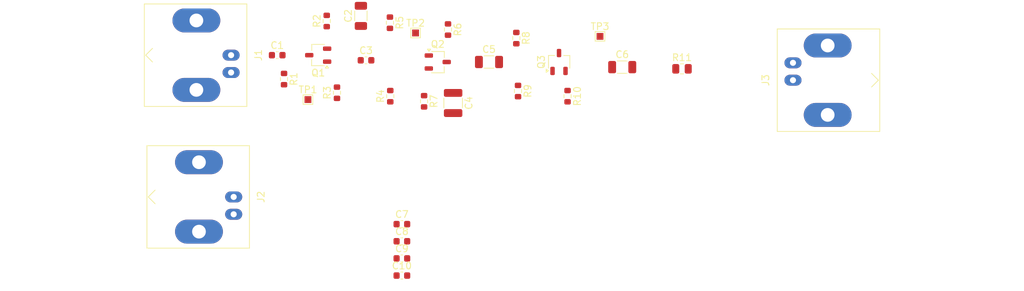
<source format=kicad_pcb>
(kicad_pcb (version 20241229) (generator "pcbnew") (generator_version "9.0")
  (layers (0 "F.Cu" signal) (2 "B.Cu" signal) (13 "F.Paste" user) (15 "B.Paste" user) (5 "F.SilkS" user "F.Silkscreen") (7 "B.SilkS" user "B.Silkscreen") (1 "F.Mask" user) (3 "B.Mask" user) (25 "Edge.Cuts" user))
  (net 0 "")
  (net 1 "Net-(J1-In)")
  (net 2 "Net-(Q1-G)")
  (net 3 "Net-(Q1-S)")
  (net 4 "GND")
  (net 5 "Net-(Q1-D)")
  (net 6 "Net-(Q2-B)")
  (net 7 "Net-(Q2-E)")
  (net 8 "Net-(Q2-C)")
  (net 9 "Net-(Q3-B)")
  (net 10 "Net-(Q3-E)")
  (net 11 "Net-(C6-Pad2)")
  (net 12 "+VDC")
  (net 13 "Net-(J3-In)")
  (footprint "Capacitor_SMD:C_1206_3216Metric" (layer "F.Cu") (at 92.5 111.25)
    (property "Reference" "C5" (at 0 -1.85 0) (layer "F.SilkS"))
    (property "Value" "10u")
    (fp_line (start -0.711252 -0.91) (end 0.711252 -0.91) (stroke (width 0.12)) (layer "F.SilkS"))
    (fp_line (start -0.711252 0.91) (end 0.711252 0.91) (stroke (width 0.12)) (layer "F.SilkS"))
    (pad "1" smd roundrect (at -1.475 0) (size 1.15 1.8) (layers "F.Cu" "F.Mask" "F.Paste") (roundrect_rratio 0.217391) (net 8 "Net-(Q2-C)"))
    (pad "2" smd roundrect (at 1.475 0) (size 1.15 1.8) (layers "F.Cu" "F.Mask" "F.Paste") (roundrect_rratio 0.217391) (net 9 "Net-(Q3-B)"))
  )
  (footprint "Resistor_SMD:R_0603_1608Metric" (layer "F.Cu") (at 70.25 115.75 90)
    (property "Reference" "R3" (at 0 -1.43 90) (layer "F.SilkS"))
    (property "Value" "1K")
    (fp_line (start -0.237258 -0.5225) (end 0.237258 -0.5225) (stroke (width 0.12)) (layer "F.SilkS"))
    (fp_line (start -0.237258 0.5225) (end 0.237258 0.5225) (stroke (width 0.12)) (layer "F.SilkS"))
    (pad "1" smd roundrect (at -0.825 0 90) (size 0.8 0.95) (layers "F.Cu" "F.Mask" "F.Paste") (net 12 "+VDC"))
    (pad "2" smd roundrect (at 0.825 0 90) (size 0.8 0.95) (layers "F.Cu" "F.Mask" "F.Paste") (net 5 "Net-(Q1-D)"))
  )
  (footprint "Connector_Coaxial:BNC_Amphenol_B6252HB-NPP3G-50_Horizontal" (layer "F.Cu") (at 136.995013 113.912257 -90)
    (property "Reference" "J3" (at 0 4 90) (layer "F.SilkS"))
    (property "Value" "Conn_Coaxial")
    (fp_line (start -7.5 2.3) (end -7.5 -12.7) (stroke (width 0.12)) (layer "F.SilkS"))
    (fp_line (start 7.5 2.3) (end -7.5 2.3) (stroke (width 0.12)) (layer "F.SilkS"))
    (fp_line (start 0 -12.5) (end -1 -11.5) (stroke (width 0.12)) (layer "F.SilkS"))
    (fp_line (start 0 -12.5) (end 1 -11.5) (stroke (width 0.12)) (layer "F.SilkS"))
    (fp_line (start -7.5 -12.7) (end 7.5 -12.7) (stroke (width 0.12)) (layer "F.SilkS"))
    (fp_line (start 7.5 -12.7) (end 7.5 2.3) (stroke (width 0.12)) (layer "F.SilkS"))
    (pad "1" thru_hole oval (at 0 0 270) (size 1.6 2.5) (drill 0.89) (layers "*.Cu" "*.Mask") (net 13 "Net-(J3-In)"))
    (pad "2" thru_hole oval (at -5.08 -5.08 270) (size 3.5 7) (drill 2.01) (layers "*.Cu" "*.Mask") (net 4 "GND"))
    (pad "2" thru_hole oval (at -2.54 0 270) (size 1.6 2.5) (drill 0.89) (layers "*.Cu" "*.Mask") (net 4 "GND"))
    (pad "2" thru_hole oval (at 5.08 -5.08 270) (size 3.5 7) (drill 2.01) (layers "*.Cu" "*.Mask") (net 4 "GND"))
  )
  (footprint "Connector_Coaxial:BNC_Amphenol_B6252HB-NPP3G-50_Horizontal" (layer "F.Cu") (at 55.129377 131 90)
    (property "Reference" "J2" (at 0 4 90) (layer "F.SilkS"))
    (property "Value" "Conn_Coaxial")
    (fp_line (start 7.5 -12.7) (end 7.5 2.3) (stroke (width 0.12)) (layer "F.SilkS"))
    (fp_line (start -7.5 -12.7) (end 7.5 -12.7) (stroke (width 0.12)) (layer "F.SilkS"))
    (fp_line (start 0 -12.5) (end 1 -11.5) (stroke (width 0.12)) (layer "F.SilkS"))
    (fp_line (start 0 -12.5) (end -1 -11.5) (stroke (width 0.12)) (layer "F.SilkS"))
    (fp_line (start 7.5 2.3) (end -7.5 2.3) (stroke (width 0.12)) (layer "F.SilkS"))
    (fp_line (start -7.5 2.3) (end -7.5 -12.7) (stroke (width 0.12)) (layer "F.SilkS"))
    (pad "1" thru_hole oval (at 0 0 90) (size 1.6 2.5) (drill 0.89) (layers "*.Cu" "*.Mask") (net 4 "GND"))
    (pad "2" thru_hole oval (at -5.08 -5.08 90) (size 3.5 7) (drill 2.01) (layers "*.Cu" "*.Mask") (net 4 "GND"))
    (pad "2" thru_hole oval (at -2.54 0 90) (size 1.6 2.5) (drill 0.89) (layers "*.Cu" "*.Mask") (net 4 "GND"))
    (pad "2" thru_hole oval (at 5.08 -5.08 90) (size 3.5 7) (drill 2.01) (layers "*.Cu" "*.Mask") (net 4 "GND"))
  )
  (footprint "Resistor_SMD:R_0603_1608Metric" (layer "F.Cu") (at 96.75 115.5 -90)
    (property "Reference" "R9" (at 0 -1.43 90) (layer "F.SilkS"))
    (property "Value" "10K")
    (fp_line (start -0.237258 0.5225) (end 0.237258 0.5225) (stroke (width 0.12)) (layer "F.SilkS"))
    (fp_line (start -0.237258 -0.5225) (end 0.237258 -0.5225) (stroke (width 0.12)) (layer "F.SilkS"))
    (pad "1" smd roundrect (at -0.825 0 270) (size 0.8 0.95) (layers "F.Cu" "F.Mask" "F.Paste") (net 9 "Net-(Q3-B)"))
    (pad "2" smd roundrect (at 0.825 0 270) (size 0.8 0.95) (layers "F.Cu" "F.Mask" "F.Paste") (net 4 "GND"))
  )
  (footprint "Capacitor_SMD:C_0603_1608Metric" (layer "F.Cu") (at 74.5 111)
    (property "Reference" "C3" (at 0 -1.43 0) (layer "F.SilkS"))
    (property "Value" "1u")
    (fp_line (start -0.14058 -0.51) (end 0.14058 -0.51) (stroke (width 0.12)) (layer "F.SilkS"))
    (fp_line (start -0.14058 0.51) (end 0.14058 0.51) (stroke (width 0.12)) (layer "F.SilkS"))
    (pad "1" smd roundrect (at -0.775 0) (size 0.9 0.95) (layers "F.Cu" "F.Mask" "F.Paste") (net 5 "Net-(Q1-D)"))
    (pad "2" smd roundrect (at 0.775 0) (size 0.9 0.95) (layers "F.Cu" "F.Mask" "F.Paste") (net 6 "Net-(Q2-B)"))
  )
  (footprint "Package_TO_SOT_SMD:TSOT-23" (layer "F.Cu") (at 102.75 111.25 90)
    (property "Reference" "Q3" (at 0 -2.6 90) (layer "F.SilkS"))
    (property "Value" "MMBT3904")
    (fp_line (start 0.96 -1.54) (end -0.89 -1.54) (stroke (width 0.12)) (layer "F.SilkS"))
    (fp_line (start 0.96 -1.54) (end 0.96 -0.65) (stroke (width 0.12)) (layer "F.SilkS"))
    (fp_line (start 0.945 0.69) (end 0.945 1.58) (stroke (width 0.12)) (layer "F.SilkS"))
    (fp_line (start 0.945 1.58) (end -0.905 1.58) (stroke (width 0.12)) (layer "F.SilkS"))
    (fp_poly (pts (xy -1.28 -1.55) (xy -1.52 -1.88) (xy -1.04 -1.88) (xy -1.28 -1.55)) (stroke (width 0.12)) (fill yes) (layer "F.SilkS"))
    (pad "1" smd roundrect (at -1.31 -0.95 90) (size 1.22 0.65) (layers "F.Cu" "F.Mask" "F.Paste") (net 9 "Net-(Q3-B)"))
    (pad "2" smd roundrect (at -1.31 0.95 90) (size 1.22 0.65) (layers "F.Cu" "F.Mask" "F.Paste") (net 10 "Net-(Q3-E)"))
    (pad "3" smd roundrect (at 1.31 0 90) (size 1.22 0.65) (layers "F.Cu" "F.Mask" "F.Paste") (net 12 "+VDC"))
  )
  (footprint "Resistor_SMD:R_0603_1608Metric" (layer "F.Cu") (at 96.5 107.75 -90)
    (property "Reference" "R8" (at 0 -1.43 90) (layer "F.SilkS"))
    (property "Value" "10K")
    (fp_line (start -0.237258 0.5225) (end 0.237258 0.5225) (stroke (width 0.12)) (layer "F.SilkS"))
    (fp_line (start -0.237258 -0.5225) (end 0.237258 -0.5225) (stroke (width 0.12)) (layer "F.SilkS"))
    (pad "1" smd roundrect (at -0.825 0 270) (size 0.8 0.95) (layers "F.Cu" "F.Mask" "F.Paste") (net 12 "+VDC"))
    (pad "2" smd roundrect (at 0.825 0 270) (size 0.8 0.95) (layers "F.Cu" "F.Mask" "F.Paste") (net 9 "Net-(Q3-B)"))
  )
  (footprint "Resistor_SMD:R_0603_1608Metric" (layer "F.Cu") (at 78 105.5 -90)
    (property "Reference" "R5" (at 0 -1.43 90) (layer "F.SilkS"))
    (property "Value" "10K")
    (fp_line (start -0.237258 0.5225) (end 0.237258 0.5225) (stroke (width 0.12)) (layer "F.SilkS"))
    (fp_line (start -0.237258 -0.5225) (end 0.237258 -0.5225) (stroke (width 0.12)) (layer "F.SilkS"))
    (pad "1" smd roundrect (at -0.825 0 270) (size 0.8 0.95) (layers "F.Cu" "F.Mask" "F.Paste") (net 6 "Net-(Q2-B)"))
    (pad "2" smd roundrect (at 0.825 0 270) (size 0.8 0.95) (layers "F.Cu" "F.Mask" "F.Paste") (net 4 "GND"))
  )
  (footprint "Capacitor_SMD:C_0603_1608Metric" (layer "F.Cu") (at 79.75 134.98)
    (property "Reference" "C7" (at 0 -1.43 0) (layer "F.SilkS"))
    (property "Value" "100n")
    (fp_line (start -0.14058 -0.51) (end 0.14058 -0.51) (stroke (width 0.12)) (layer "F.SilkS"))
    (fp_line (start -0.14058 0.51) (end 0.14058 0.51) (stroke (width 0.12)) (layer "F.SilkS"))
    (pad "1" smd roundrect (at -0.775 0) (size 0.9 0.95) (layers "F.Cu" "F.Mask" "F.Paste") (net 12 "+VDC"))
    (pad "2" smd roundrect (at 0.775 0) (size 0.9 0.95) (layers "F.Cu" "F.Mask" "F.Paste") (net 4 "GND"))
  )
  (footprint "Resistor_SMD:R_0603_1608Metric" (layer "F.Cu") (at 62.5 113.75 -90)
    (property "Reference" "R1" (at 0 -1.43 90) (layer "F.SilkS"))
    (property "Value" "1M")
    (fp_line (start -0.237258 0.5225) (end 0.237258 0.5225) (stroke (width 0.12)) (layer "F.SilkS"))
    (fp_line (start -0.237258 -0.5225) (end 0.237258 -0.5225) (stroke (width 0.12)) (layer "F.SilkS"))
    (pad "1" smd roundrect (at -0.825 0 270) (size 0.8 0.95) (layers "F.Cu" "F.Mask" "F.Paste") (net 2 "Net-(Q1-G)"))
    (pad "2" smd roundrect (at 0.825 0 270) (size 0.8 0.95) (layers "F.Cu" "F.Mask" "F.Paste") (net 4 "GND"))
  )
  (footprint "TestPoint:TestPoint_Pad_1.0x1.0mm" (layer "F.Cu") (at 108.75 107.5)
    (property "Reference" "TP3" (at 0 -1.448 0) (layer "F.SilkS"))
    (property "Value" "TestPoint")
    (fp_line (start -0.7 -0.7) (end 0.7 -0.7) (stroke (width 0.12)) (layer "F.SilkS"))
    (fp_line (start -0.7 0.7) (end -0.7 -0.7) (stroke (width 0.12)) (layer "F.SilkS"))
    (fp_line (start 0.7 -0.7) (end 0.7 0.7) (stroke (width 0.12)) (layer "F.SilkS"))
    (fp_line (start 0.7 0.7) (end -0.7 0.7) (stroke (width 0.12)) (layer "F.SilkS"))
    (pad "1" smd rect (at 0 0) (size 1 1) (layers "F.Cu" "F.Mask") (net 10 "Net-(Q3-E)"))
  )
  (footprint "Resistor_SMD:R_0603_1608Metric" (layer "F.Cu") (at 68.75 105.25 90)
    (property "Reference" "R2" (at 0 -1.43 90) (layer "F.SilkS"))
    (property "Value" "1K")
    (fp_line (start -0.237258 -0.5225) (end 0.237258 -0.5225) (stroke (width 0.12)) (layer "F.SilkS"))
    (fp_line (start -0.237258 0.5225) (end 0.237258 0.5225) (stroke (width 0.12)) (layer "F.SilkS"))
    (pad "1" smd roundrect (at -0.825 0 90) (size 0.8 0.95) (layers "F.Cu" "F.Mask" "F.Paste") (net 3 "Net-(Q1-S)"))
    (pad "2" smd roundrect (at 0.825 0 90) (size 0.8 0.95) (layers "F.Cu" "F.Mask" "F.Paste") (net 4 "GND"))
  )
  (footprint "Resistor_SMD:R_0603_1608Metric" (layer "F.Cu") (at 86.5 106.5 -90)
    (property "Reference" "R6" (at 0 -1.43 90) (layer "F.SilkS"))
    (property "Value" "4K7")
    (fp_line (start -0.237258 0.5225) (end 0.237258 0.5225) (stroke (width 0.12)) (layer "F.SilkS"))
    (fp_line (start -0.237258 -0.5225) (end 0.237258 -0.5225) (stroke (width 0.12)) (layer "F.SilkS"))
    (pad "1" smd roundrect (at -0.825 0 270) (size 0.8 0.95) (layers "F.Cu" "F.Mask" "F.Paste") (net 12 "+VDC"))
    (pad "2" smd roundrect (at 0.825 0 270) (size 0.8 0.95) (layers "F.Cu" "F.Mask" "F.Paste") (net 8 "Net-(Q2-C)"))
  )
  (footprint "Capacitor_SMD:C_1210_3225Metric" (layer "F.Cu") (at 87.25 117.25 -90)
    (property "Reference" "C4" (at 0 -2.3 90) (layer "F.SilkS"))
    (property "Value" "47u")
    (fp_line (start -0.711252 1.36) (end 0.711252 1.36) (stroke (width 0.12)) (layer "F.SilkS"))
    (fp_line (start -0.711252 -1.36) (end 0.711252 -1.36) (stroke (width 0.12)) (layer "F.SilkS"))
    (pad "1" smd roundrect (at -1.475 0 270) (size 1.15 2.7) (layers "F.Cu" "F.Mask" "F.Paste") (roundrect_rratio 0.217391) (net 7 "Net-(Q2-E)"))
    (pad "2" smd roundrect (at 1.475 0 270) (size 1.15 2.7) (layers "F.Cu" "F.Mask" "F.Paste") (roundrect_rratio 0.217391) (net 4 "GND"))
  )
  (footprint "Capacitor_SMD:C_0603_1608Metric" (layer "F.Cu") (at 79.75 137.49)
    (property "Reference" "C8" (at 0 -1.43 0) (layer "F.SilkS"))
    (property "Value" "100n")
    (fp_line (start -0.14058 -0.51) (end 0.14058 -0.51) (stroke (width 0.12)) (layer "F.SilkS"))
    (fp_line (start -0.14058 0.51) (end 0.14058 0.51) (stroke (width 0.12)) (layer "F.SilkS"))
    (pad "1" smd roundrect (at -0.775 0) (size 0.9 0.95) (layers "F.Cu" "F.Mask" "F.Paste") (net 12 "+VDC"))
    (pad "2" smd roundrect (at 0.775 0) (size 0.9 0.95) (layers "F.Cu" "F.Mask" "F.Paste") (net 4 "GND"))
  )
  (footprint "Capacitor_SMD:C_1206_3216Metric" (layer "F.Cu") (at 73.75 104.5 90)
    (property "Reference" "C2" (at 0 -1.85 90) (layer "F.SilkS"))
    (property "Value" "10u")
    (fp_line (start -0.711252 -0.91) (end 0.711252 -0.91) (stroke (width 0.12)) (layer "F.SilkS"))
    (fp_line (start -0.711252 0.91) (end 0.711252 0.91) (stroke (width 0.12)) (layer "F.SilkS"))
    (pad "1" smd roundrect (at -1.475 0 90) (size 1.15 1.8) (layers "F.Cu" "F.Mask" "F.Paste") (roundrect_rratio 0.217391) (net 3 "Net-(Q1-S)"))
    (pad "2" smd roundrect (at 1.475 0 90) (size 1.15 1.8) (layers "F.Cu" "F.Mask" "F.Paste") (roundrect_rratio 0.217391) (net 4 "GND"))
  )
  (footprint "Capacitor_SMD:C_0603_1608Metric" (layer "F.Cu") (at 61.5 110.25)
    (property "Reference" "C1" (at 0 -1.43 0) (layer "F.SilkS"))
    (property "Value" "100n")
    (fp_line (start -0.14058 -0.51) (end 0.14058 -0.51) (stroke (width 0.12)) (layer "F.SilkS"))
    (fp_line (start -0.14058 0.51) (end 0.14058 0.51) (stroke (width 0.12)) (layer "F.SilkS"))
    (pad "1" smd roundrect (at -0.775 0) (size 0.9 0.95) (layers "F.Cu" "F.Mask" "F.Paste") (net 1 "Net-(J1-In)"))
    (pad "2" smd roundrect (at 0.775 0) (size 0.9 0.95) (layers "F.Cu" "F.Mask" "F.Paste") (net 2 "Net-(Q1-G)"))
  )
  (footprint "TestPoint:TestPoint_Pad_1.0x1.0mm" (layer "F.Cu") (at 81.75 107)
    (property "Reference" "TP2" (at 0 -1.448 0) (layer "F.SilkS"))
    (property "Value" "TestPoint")
    (fp_line (start -0.7 -0.7) (end 0.7 -0.7) (stroke (width 0.12)) (layer "F.SilkS"))
    (fp_line (start -0.7 0.7) (end -0.7 -0.7) (stroke (width 0.12)) (layer "F.SilkS"))
    (fp_line (start 0.7 -0.7) (end 0.7 0.7) (stroke (width 0.12)) (layer "F.SilkS"))
    (fp_line (start 0.7 0.7) (end -0.7 0.7) (stroke (width 0.12)) (layer "F.SilkS"))
    (pad "1" smd rect (at 0 0) (size 1 1) (layers "F.Cu" "F.Mask") (net 8 "Net-(Q2-C)"))
  )
  (footprint "Package_TO_SOT_SMD:TSOT-23" (layer "F.Cu") (at 85 111.25)
    (property "Reference" "Q2" (at 0 -2.6 0) (layer "F.SilkS"))
    (property "Value" "MMBT3904")
    (fp_line (start 0.945 0.69) (end 0.945 1.58) (stroke (width 0.12)) (layer "F.SilkS"))
    (fp_line (start 0.945 1.58) (end -0.905 1.58) (stroke (width 0.12)) (layer "F.SilkS"))
    (fp_line (start 0.96 -1.54) (end -0.89 -1.54) (stroke (width 0.12)) (layer "F.SilkS"))
    (fp_line (start 0.96 -1.54) (end 0.96 -0.65) (stroke (width 0.12)) (layer "F.SilkS"))
    (fp_poly (pts (xy -1.28 -1.55) (xy -1.52 -1.88) (xy -1.04 -1.88) (xy -1.28 -1.55)) (stroke (width 0.12)) (fill yes) (layer "F.SilkS"))
    (pad "1" smd roundrect (at -1.31 -0.95) (size 1.22 0.65) (layers "F.Cu" "F.Mask" "F.Paste") (net 6 "Net-(Q2-B)"))
    (pad "2" smd roundrect (at -1.31 0.95) (size 1.22 0.65) (layers "F.Cu" "F.Mask" "F.Paste") (net 7 "Net-(Q2-E)"))
    (pad "3" smd roundrect (at 1.31 0) (size 1.22 0.65) (layers "F.Cu" "F.Mask" "F.Paste") (net 8 "Net-(Q2-C)"))
  )
  (footprint "Connector_Coaxial:BNC_Amphenol_B6252HB-NPP3G-50_Horizontal" (layer "F.Cu") (at 54.75 110.25 90)
    (property "Reference" "J1" (at 0 4 90) (layer "F.SilkS"))
    (property "Value" "Conn_Coaxial")
    (fp_line (start 7.5 -12.7) (end 7.5 2.3) (stroke (width 0.12)) (layer "F.SilkS"))
    (fp_line (start -7.5 -12.7) (end 7.5 -12.7) (stroke (width 0.12)) (layer "F.SilkS"))
    (fp_line (start 0 -12.5) (end 1 -11.5) (stroke (width 0.12)) (layer "F.SilkS"))
    (fp_line (start 0 -12.5) (end -1 -11.5) (stroke (width 0.12)) (layer "F.SilkS"))
    (fp_line (start 7.5 2.3) (end -7.5 2.3) (stroke (width 0.12)) (layer "F.SilkS"))
    (fp_line (start -7.5 2.3) (end -7.5 -12.7) (stroke (width 0.12)) (layer "F.SilkS"))
    (pad "1" thru_hole oval (at 0 0 90) (size 1.6 2.5) (drill 0.89) (layers "*.Cu" "*.Mask") (net 1 "Net-(J1-In)"))
    (pad "2" thru_hole oval (at -5.08 -5.08 90) (size 3.5 7) (drill 2.01) (layers "*.Cu" "*.Mask") (net 4 "GND"))
    (pad "2" thru_hole oval (at -2.54 0 90) (size 1.6 2.5) (drill 0.89) (layers "*.Cu" "*.Mask") (net 4 "GND"))
    (pad "2" thru_hole oval (at 5.08 -5.08 90) (size 3.5 7) (drill 2.01) (layers "*.Cu" "*.Mask") (net 4 "GND"))
  )
  (footprint "TestPoint:TestPoint_Pad_1.0x1.0mm" (layer "F.Cu") (at 66 116.75)
    (property "Reference" "TP1" (at 0 -1.448 0) (layer "F.SilkS"))
    (property "Value" "TestPoint")
    (fp_line (start -0.7 -0.7) (end 0.7 -0.7) (stroke (width 0.12)) (layer "F.SilkS"))
    (fp_line (start -0.7 0.7) (end -0.7 -0.7) (stroke (width 0.12)) (layer "F.SilkS"))
    (fp_line (start 0.7 -0.7) (end 0.7 0.7) (stroke (width 0.12)) (layer "F.SilkS"))
    (fp_line (start 0.7 0.7) (end -0.7 0.7) (stroke (width 0.12)) (layer "F.SilkS"))
    (pad "1" smd rect (at 0 0) (size 1 1) (layers "F.Cu" "F.Mask") (net 5 "Net-(Q1-D)"))
  )
  (footprint "Capacitor_SMD:C_0603_1608Metric" (layer "F.Cu") (at 79.75 142.51)
    (property "Reference" "C10" (at 0 -1.43 0) (layer "F.SilkS"))
    (property "Value" "100n")
    (fp_line (start -0.14058 -0.51) (end 0.14058 -0.51) (stroke (width 0.12)) (layer "F.SilkS"))
    (fp_line (start -0.14058 0.51) (end 0.14058 0.51) (stroke (width 0.12)) (layer "F.SilkS"))
    (pad "1" smd roundrect (at -0.775 0) (size 0.9 0.95) (layers "F.Cu" "F.Mask" "F.Paste") (net 12 "+VDC"))
    (pad "2" smd roundrect (at 0.775 0) (size 0.9 0.95) (layers "F.Cu" "F.Mask" "F.Paste") (net 4 "GND"))
  )
  (footprint "Resistor_SMD:R_0805_2012Metric" (layer "F.Cu") (at 120.75 112.25)
    (property "Reference" "R11" (at 0 -1.65 0) (layer "F.SilkS"))
    (property "Value" "47")
    (fp_line (start -0.227064 -0.735) (end 0.227064 -0.735) (stroke (width 0.12)) (layer "F.SilkS"))
    (fp_line (start -0.227064 0.735) (end 0.227064 0.735) (stroke (width 0.12)) (layer "F.SilkS"))
    (pad "1" smd roundrect (at -0.9125 0) (size 1.025 1.4) (layers "F.Cu" "F.Mask" "F.Paste") (roundrect_rratio 0.243902) (net 11 "Net-(C6-Pad2)"))
    (pad "2" smd roundrect (at 0.9125 0) (size 1.025 1.4) (layers "F.Cu" "F.Mask" "F.Paste") (roundrect_rratio 0.243902) (net 13 "Net-(J3-In)"))
  )
  (footprint "Capacitor_SMD:C_0603_1608Metric" (layer "F.Cu") (at 79.75 140)
    (property "Reference" "C9" (at 0 -1.43 0) (layer "F.SilkS"))
    (property "Value" "100n")
    (fp_line (start -0.14058 -0.51) (end 0.14058 -0.51) (stroke (width 0.12)) (layer "F.SilkS"))
    (fp_line (start -0.14058 0.51) (end 0.14058 0.51) (stroke (width 0.12)) (layer "F.SilkS"))
    (pad "1" smd roundrect (at -0.775 0) (size 0.9 0.95) (layers "F.Cu" "F.Mask" "F.Paste") (net 12 "+VDC"))
    (pad "2" smd roundrect (at 0.775 0) (size 0.9 0.95) (layers "F.Cu" "F.Mask" "F.Paste") (net 4 "GND"))
  )
  (footprint "Resistor_SMD:R_0603_1608Metric" (layer "F.Cu") (at 83 117 -90)
    (property "Reference" "R7" (at 0 -1.43 90) (layer "F.SilkS"))
    (property "Value" "1K")
    (fp_line (start -0.237258 0.5225) (end 0.237258 0.5225) (stroke (width 0.12)) (layer "F.SilkS"))
    (fp_line (start -0.237258 -0.5225) (end 0.237258 -0.5225) (stroke (width 0.12)) (layer "F.SilkS"))
    (pad "1" smd roundrect (at -0.825 0 270) (size 0.8 0.95) (layers "F.Cu" "F.Mask" "F.Paste") (net 7 "Net-(Q2-E)"))
    (pad "2" smd roundrect (at 0.825 0 270) (size 0.8 0.95) (layers "F.Cu" "F.Mask" "F.Paste") (net 4 "GND"))
  )
  (footprint "Resistor_SMD:R_0603_1608Metric" (layer "F.Cu") (at 78.05 116.25 90)
    (property "Reference" "R4" (at 0 -1.43 90) (layer "F.SilkS"))
    (property "Value" "47K")
    (fp_line (start -0.237258 -0.5225) (end 0.237258 -0.5225) (stroke (width 0.12)) (layer "F.SilkS"))
    (fp_line (start -0.237258 0.5225) (end 0.237258 0.5225) (stroke (width 0.12)) (layer "F.SilkS"))
    (pad "1" smd roundrect (at -0.825 0 90) (size 0.8 0.95) (layers "F.Cu" "F.Mask" "F.Paste") (net 12 "+VDC"))
    (pad "2" smd roundrect (at 0.825 0 90) (size 0.8 0.95) (layers "F.Cu" "F.Mask" "F.Paste") (net 6 "Net-(Q2-B)"))
  )
  (footprint "Resistor_SMD:R_0603_1608Metric" (layer "F.Cu") (at 104 116.25 -90)
    (property "Reference" "R10" (at 0 -1.43 90) (layer "F.SilkS"))
    (property "Value" "470")
    (fp_line (start -0.237258 0.5225) (end 0.237258 0.5225) (stroke (width 0.12)) (layer "F.SilkS"))
    (fp_line (start -0.237258 -0.5225) (end 0.237258 -0.5225) (stroke (width 0.12)) (layer "F.SilkS"))
    (pad "1" smd roundrect (at -0.825 0 270) (size 0.8 0.95) (layers "F.Cu" "F.Mask" "F.Paste") (net 10 "Net-(Q3-E)"))
    (pad "2" smd roundrect (at 0.825 0 270) (size 0.8 0.95) (layers "F.Cu" "F.Mask" "F.Paste") (net 4 "GND"))
  )
  (footprint "Capacitor_SMD:C_1206_3216Metric" (layer "F.Cu") (at 112 112)
    (property "Reference" "C6" (at 0 -1.85 0) (layer "F.SilkS"))
    (property "Value" "10u")
    (fp_line (start -0.711252 -0.91) (end 0.711252 -0.91) (stroke (width 0.12)) (layer "F.SilkS"))
    (fp_line (start -0.711252 0.91) (end 0.711252 0.91) (stroke (width 0.12)) (layer "F.SilkS"))
    (pad "1" smd roundrect (at -1.475 0) (size 1.15 1.8) (layers "F.Cu" "F.Mask" "F.Paste") (roundrect_rratio 0.217391) (net 10 "Net-(Q3-E)"))
    (pad "2" smd roundrect (at 1.475 0) (size 1.15 1.8) (layers "F.Cu" "F.Mask" "F.Paste") (roundrect_rratio 0.217391) (net 11 "Net-(C6-Pad2)"))
  )
  (footprint "Package_TO_SOT_SMD:TSOT-23" (layer "F.Cu") (at 67.5 110.25 180)
    (property "Reference" "Q1" (at 0 -2.6 0) (layer "F.SilkS"))
    (property "Value" "MMBFJ310")
    (fp_line (start 0.96 -1.54) (end 0.96 -0.65) (stroke (width 0.12)) (layer "F.SilkS"))
    (fp_line (start 0.96 -1.54) (end -0.89 -1.54) (stroke (width 0.12)) (layer "F.SilkS"))
    (fp_line (start 0.945 1.58) (end -0.905 1.58) (stroke (width 0.12)) (layer "F.SilkS"))
    (fp_line (start 0.945 0.69) (end 0.945 1.58) (stroke (width 0.12)) (layer "F.SilkS"))
    (fp_poly (pts (xy -1.28 -1.55) (xy -1.52 -1.88) (xy -1.04 -1.88) (xy -1.28 -1.55)) (stroke (width 0.12)) (fill yes) (layer "F.SilkS"))
    (pad "1" smd roundrect (at -1.31 -0.95 180) (size 1.22 0.65) (layers "F.Cu" "F.Mask" "F.Paste") (net 5 "Net-(Q1-D)"))
    (pad "2" smd roundrect (at -1.31 0.95 180) (size 1.22 0.65) (layers "F.Cu" "F.Mask" "F.Paste") (net 3 "Net-(Q1-S)"))
    (pad "3" smd roundrect (at 1.31 0 180) (size 1.22 0.65) (layers "F.Cu" "F.Mask" "F.Paste") (net 2 "Net-(Q1-G)"))
  )
)
</source>
